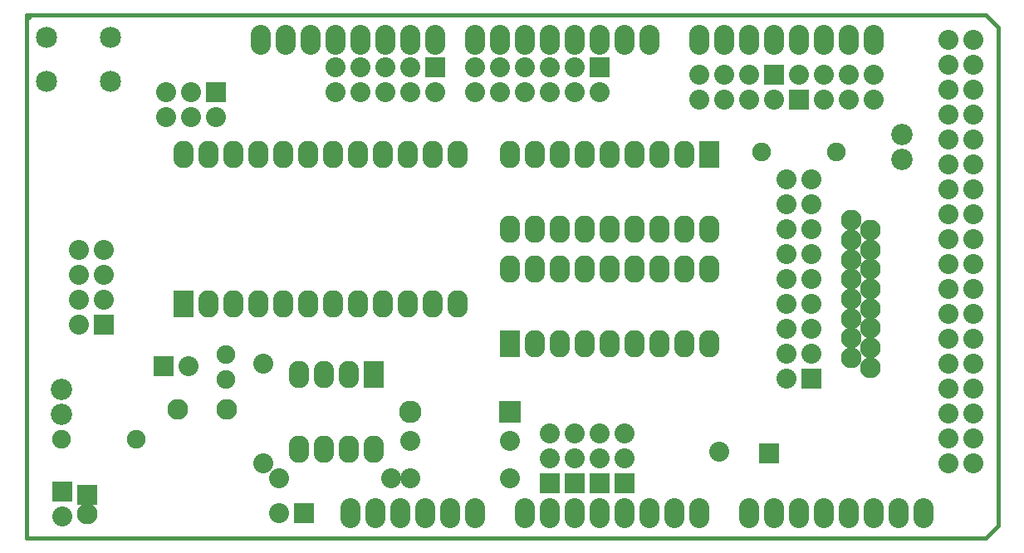
<source format=gts>
G04 (created by PCBNEW-RS274X (2010-12-23 BZR 2684)-stable) date 10/9/2011 1:25:49 PM*
G01*
G70*
G90*
%MOIN*%
G04 Gerber Fmt 3.4, Leading zero omitted, Abs format*
%FSLAX34Y34*%
G04 APERTURE LIST*
%ADD10C,0.006000*%
%ADD11C,0.015000*%
%ADD12C,0.086000*%
%ADD13C,0.075000*%
%ADD14C,0.080000*%
%ADD15R,0.080000X0.080000*%
%ADD16O,0.080000X0.120000*%
%ADD17R,0.082000X0.110000*%
%ADD18O,0.082000X0.110000*%
%ADD19C,0.090000*%
%ADD20R,0.090000X0.090000*%
%ADD21R,0.083000X0.083000*%
%ADD22C,0.083000*%
%ADD23C,0.085000*%
G04 APERTURE END LIST*
G54D10*
G54D11*
X34850Y-53450D02*
X34850Y-53350D01*
X73350Y-53450D02*
X34850Y-53450D01*
X73850Y-52950D02*
X73850Y-32950D01*
X73350Y-53450D02*
X73850Y-52950D01*
X34850Y-32450D02*
X34950Y-32550D01*
X73350Y-32450D02*
X34850Y-32450D01*
X73850Y-32950D02*
X73350Y-32450D01*
X34850Y-32450D02*
X34850Y-53450D01*
G54D12*
X70000Y-37250D03*
X70000Y-38250D03*
X36250Y-47500D03*
X36250Y-48500D03*
G54D13*
X42850Y-46100D03*
X42850Y-47100D03*
G54D14*
X54250Y-51050D03*
X50250Y-51050D03*
X50250Y-49550D03*
X54250Y-49550D03*
G54D15*
X57850Y-51250D03*
G54D14*
X57850Y-50250D03*
X57850Y-49250D03*
G54D15*
X56850Y-51250D03*
G54D14*
X56850Y-50250D03*
X56850Y-49250D03*
G54D15*
X55850Y-51250D03*
G54D14*
X55850Y-50250D03*
X55850Y-49250D03*
G54D15*
X58850Y-51250D03*
G54D14*
X58850Y-50250D03*
X58850Y-49250D03*
G54D16*
X61850Y-33450D03*
X62850Y-33450D03*
X63850Y-33450D03*
X64850Y-33450D03*
X65850Y-33450D03*
X66850Y-33450D03*
X67850Y-33450D03*
X68850Y-33450D03*
X70850Y-52450D03*
X69850Y-52450D03*
X68850Y-52450D03*
X67850Y-52450D03*
X63850Y-52450D03*
X61850Y-52450D03*
X60850Y-52450D03*
X64850Y-52450D03*
X65850Y-52450D03*
X66850Y-52450D03*
X59850Y-52450D03*
X58850Y-52450D03*
X57850Y-52450D03*
X54850Y-52450D03*
X55850Y-52450D03*
X56850Y-52450D03*
X52850Y-52450D03*
X51850Y-52450D03*
X50850Y-52450D03*
X48850Y-52450D03*
X47850Y-52450D03*
X59850Y-33450D03*
X58850Y-33450D03*
X57850Y-33450D03*
X56850Y-33450D03*
X55850Y-33450D03*
X54850Y-33450D03*
X53850Y-33450D03*
X52850Y-33450D03*
X51250Y-33450D03*
X50250Y-33450D03*
X49250Y-33450D03*
X48250Y-33450D03*
X47250Y-33450D03*
X46250Y-33450D03*
X45250Y-33450D03*
X44250Y-33450D03*
X49850Y-52450D03*
G54D14*
X71850Y-34450D03*
X72850Y-34450D03*
X71850Y-35450D03*
X72850Y-35450D03*
X71850Y-36450D03*
X72850Y-36450D03*
X71850Y-37450D03*
X72850Y-37450D03*
X71850Y-33450D03*
X72850Y-33450D03*
X72850Y-38450D03*
X71850Y-38450D03*
X71850Y-39450D03*
X72850Y-39450D03*
X71850Y-40450D03*
X72850Y-40450D03*
X71850Y-41450D03*
X72850Y-41450D03*
X71850Y-42450D03*
X72850Y-42450D03*
X71850Y-43450D03*
X72850Y-43450D03*
X71850Y-44450D03*
X72850Y-44450D03*
X71850Y-45450D03*
X72850Y-45450D03*
X71850Y-46450D03*
X72850Y-46450D03*
X71850Y-47450D03*
X72850Y-47450D03*
X71850Y-48450D03*
X72850Y-48450D03*
X71850Y-49450D03*
X72850Y-49450D03*
X71850Y-50450D03*
X72850Y-50450D03*
G54D13*
X67350Y-37950D03*
X64350Y-37950D03*
X36250Y-49500D03*
X39250Y-49500D03*
G54D17*
X62250Y-38050D03*
G54D18*
X61250Y-38050D03*
X60250Y-38050D03*
X59250Y-38050D03*
X58250Y-38050D03*
X57250Y-38050D03*
X56250Y-38050D03*
X55250Y-38050D03*
X54250Y-38050D03*
X54250Y-41050D03*
X55250Y-41050D03*
X56250Y-41050D03*
X57250Y-41050D03*
X58250Y-41050D03*
X59250Y-41050D03*
X60250Y-41050D03*
X61250Y-41050D03*
X62250Y-41050D03*
G54D17*
X54250Y-45650D03*
G54D18*
X55250Y-45650D03*
X56250Y-45650D03*
X57250Y-45650D03*
X58250Y-45650D03*
X59250Y-45650D03*
X60250Y-45650D03*
X61250Y-45650D03*
X62250Y-45650D03*
X62250Y-42650D03*
X61250Y-42650D03*
X60250Y-42650D03*
X59250Y-42650D03*
X58250Y-42650D03*
X57250Y-42650D03*
X56250Y-42650D03*
X55250Y-42650D03*
X54250Y-42650D03*
G54D17*
X41150Y-44050D03*
G54D18*
X42150Y-44050D03*
X43150Y-44050D03*
X44150Y-44050D03*
X45150Y-44050D03*
X46150Y-44050D03*
X47150Y-44050D03*
X48150Y-44050D03*
X49150Y-44050D03*
X50150Y-44050D03*
X51150Y-44050D03*
X52150Y-44050D03*
X52150Y-38050D03*
X51150Y-38050D03*
X50150Y-38050D03*
X49150Y-38050D03*
X48150Y-38050D03*
X47150Y-38050D03*
X46150Y-38050D03*
X45150Y-38050D03*
X44150Y-38050D03*
X43150Y-38050D03*
X42150Y-38050D03*
X41150Y-38050D03*
G54D19*
X50250Y-48400D03*
G54D20*
X54250Y-48400D03*
G54D17*
X48800Y-46900D03*
G54D18*
X47800Y-46900D03*
X46800Y-46900D03*
X45800Y-46900D03*
X45800Y-49900D03*
X46800Y-49900D03*
X47800Y-49900D03*
X48800Y-49900D03*
G54D14*
X44350Y-46450D03*
X44350Y-50450D03*
X45000Y-51050D03*
X49500Y-51050D03*
G54D15*
X64650Y-50050D03*
G54D14*
X62650Y-50000D03*
G54D15*
X40350Y-46550D03*
G54D14*
X41350Y-46550D03*
G54D21*
X37300Y-51706D03*
G54D22*
X37300Y-52494D03*
G54D15*
X65850Y-35850D03*
G54D14*
X65850Y-34850D03*
X66850Y-35850D03*
X66850Y-34850D03*
X67850Y-35850D03*
X67850Y-34850D03*
X68850Y-35850D03*
X68850Y-34850D03*
G54D15*
X64850Y-34850D03*
G54D14*
X64850Y-35850D03*
X63850Y-34850D03*
X63850Y-35850D03*
X62850Y-34850D03*
X62850Y-35850D03*
X61850Y-34850D03*
X61850Y-35850D03*
G54D15*
X51250Y-34550D03*
G54D14*
X51250Y-35550D03*
X50250Y-34550D03*
X50250Y-35550D03*
X49250Y-34550D03*
X49250Y-35550D03*
X48250Y-34550D03*
X48250Y-35550D03*
X47250Y-34550D03*
X47250Y-35550D03*
G54D15*
X57850Y-34550D03*
G54D14*
X57850Y-35550D03*
X56850Y-34550D03*
X56850Y-35550D03*
X55850Y-34550D03*
X55850Y-35550D03*
X54850Y-34550D03*
X54850Y-35550D03*
X53850Y-34550D03*
X53850Y-35550D03*
X52850Y-34550D03*
X52850Y-35550D03*
G54D23*
X38230Y-33364D03*
X38230Y-35136D03*
X35670Y-33364D03*
X35670Y-35136D03*
G54D15*
X36300Y-51600D03*
G54D14*
X36300Y-52600D03*
G54D15*
X37950Y-44900D03*
G54D14*
X36950Y-44900D03*
X37950Y-43900D03*
X36950Y-43900D03*
X37950Y-42900D03*
X36950Y-42900D03*
X37950Y-41900D03*
X36950Y-41900D03*
X66350Y-39050D03*
X65350Y-39050D03*
X65350Y-40050D03*
X66350Y-40050D03*
G54D15*
X66350Y-47050D03*
G54D14*
X65350Y-47050D03*
X66350Y-46050D03*
X65350Y-46050D03*
X66350Y-45050D03*
X65350Y-45050D03*
X66350Y-44050D03*
X65350Y-44050D03*
X66350Y-43050D03*
X65350Y-43050D03*
X66350Y-42050D03*
X65350Y-42050D03*
X66350Y-41050D03*
X65350Y-41050D03*
G54D22*
X68744Y-46606D03*
X67957Y-46212D03*
X68744Y-45819D03*
X67957Y-45425D03*
X68744Y-45031D03*
X67957Y-44638D03*
X68744Y-44244D03*
X67957Y-43850D03*
X68744Y-43457D03*
X67957Y-43063D03*
X68744Y-42669D03*
X67957Y-42275D03*
X68744Y-41882D03*
X67957Y-41488D03*
X68744Y-41094D03*
X67957Y-40701D03*
G54D15*
X42450Y-35550D03*
G54D14*
X42450Y-36550D03*
X41450Y-35550D03*
X41450Y-36550D03*
X40450Y-35550D03*
X40450Y-36550D03*
G54D22*
X42884Y-48300D03*
X40916Y-48300D03*
G54D15*
X46000Y-52450D03*
G54D14*
X45000Y-52450D03*
M02*

</source>
